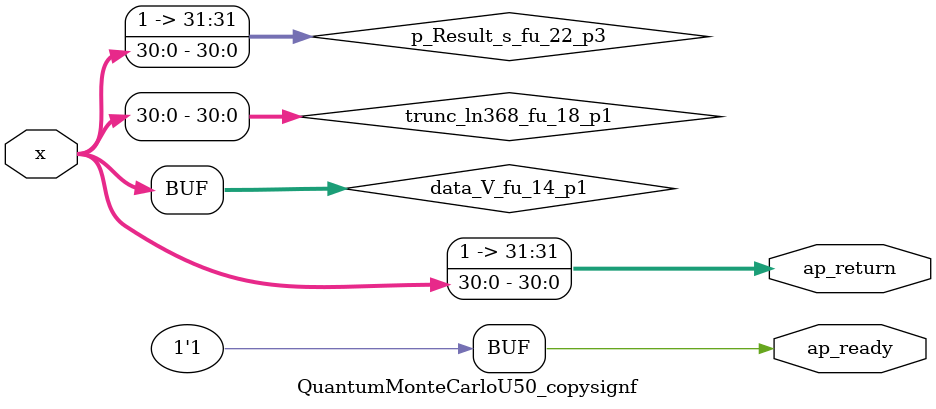
<source format=v>

`timescale 1 ns / 1 ps 

module QuantumMonteCarloU50_copysignf (
        ap_ready,
        x,
        ap_return
);


output   ap_ready;
input  [31:0] x;
output  [31:0] ap_return;

wire   [31:0] data_V_fu_14_p1;
wire   [30:0] trunc_ln368_fu_18_p1;
wire   [31:0] p_Result_s_fu_22_p3;

assign ap_ready = 1'b1;

assign ap_return = p_Result_s_fu_22_p3;

assign data_V_fu_14_p1 = x;

assign p_Result_s_fu_22_p3 = {{1'd1}, {trunc_ln368_fu_18_p1}};

assign trunc_ln368_fu_18_p1 = data_V_fu_14_p1[30:0];

endmodule //QuantumMonteCarloU50_copysignf

</source>
